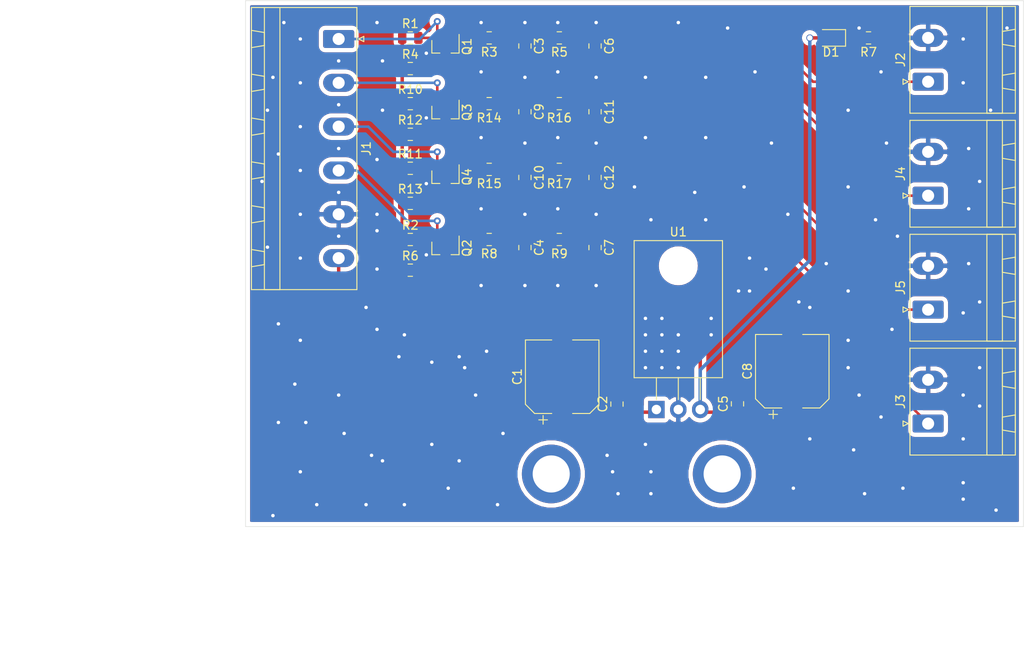
<source format=kicad_pcb>
(kicad_pcb (version 20171130) (host pcbnew "(5.1.2)-2")
  (layers (0 F.Cu signal) (31 B.Cu signal) (34 B.Paste user) (35 F.Paste user) (36 B.SilkS user) (37 F.SilkS user) (38 B.Mask user) (39 F.Mask user) (44 Edge.Cuts user))
  (net 0 "")
  (net 1 GND)
  (net 2 "Net-(C3-Pad1)")
  (net 3 "Net-(C4-Pad1)")
  (net 4 "Net-(C6-Pad1)")
  (net 5 "Net-(C7-Pad1)")
  (net 6 "Net-(C9-Pad1)")
  (net 7 "Net-(C10-Pad1)")
  (net 8 "Net-(C11-Pad1)")
  (net 9 "Net-(C12-Pad1)")
  (net 10 "Net-(D1-Pad1)")
  (net 11 +24V)
  (net 12 +12V)
  (net 13 "Net-(J1-Pad4)")
  (net 14 "Net-(J1-Pad3)")
  (net 15 "Net-(J1-Pad2)")
  (net 16 "Net-(J1-Pad1)")
  (net 17 "Net-(Q1-Pad3)")
  (net 18 "Net-(Q2-Pad3)")
  (net 19 "Net-(Q3-Pad3)")
  (net 20 "Net-(Q4-Pad3)")
  (module Package_TO_SOT_SMD:SOT-23 (layer F.Cu) (at 122.87 77.581 270)
    (fp_text reference Q4 (at 0 -2.5 90) (layer F.SilkS))
    (fp_text value BC847)
    (pad 3 smd rect (at 1 0 270) (size 0.9 0.8) (layers F.Cu F.Paste F.Mask) (net 20 "Net-(Q4-Pad3)"))
    (pad 2 smd rect (at -1 0.95 270) (size 0.9 0.8) (layers F.Cu F.Paste F.Mask) (net 14 "Net-(J1-Pad3)"))
    (pad 1 smd rect (at -1 -0.95 270) (size 0.9 0.8) (layers F.Cu F.Paste F.Mask) (net 1 GND))
  )
  (module Package_TO_SOT_SMD:SOT-23 (layer F.Cu) (at 122.87 62.468 270)
    (fp_text reference Q1 (at 0 -2.5 90) (layer F.SilkS))
    (fp_text value BC847)
    (pad 3 smd rect (at 1 0 270) (size 0.9 0.8) (layers F.Cu F.Paste F.Mask) (net 17 "Net-(Q1-Pad3)"))
    (pad 2 smd rect (at -1 0.95 270) (size 0.9 0.8) (layers F.Cu F.Paste F.Mask) (net 16 "Net-(J1-Pad1)"))
    (pad 1 smd rect (at -1 -0.95 270) (size 0.9 0.8) (layers F.Cu F.Paste F.Mask) (net 1 GND))
  )
  (module Connector_Phoenix_MSTB:PhoenixContact_MSTBA_2,5_2-G-5,08_1x02_P5.08mm_Horizontal (layer F.Cu) (at 178.816 66.548 90)
    (fp_text reference J2 (at 2.54 -3.2 90) (layer F.SilkS))
    (fp_text value Conn_01x02_Male)
    (pad 2 thru_hole oval (at 5.08 0 90) (size 2.08 3.6) (drill 1.4) (layers *.Cu *.Mask) (net 1 GND))
    (pad 1 thru_hole roundrect (at 0 0 90) (size 2.08 3.6) (drill 1.4) (layers *.Cu *.Mask) (roundrect_rratio 0.120192) (net 4 "Net-(C6-Pad1)"))
  )
  (module Package_TO_SOT_THT:TO-220-3_Horizontal_TabDown (layer F.Cu) (at 147.32 104.544)
    (fp_text reference U1 (at 2.54 -20.58) (layer F.SilkS))
    (fp_text value LM7812_TO220)
    (pad "" np_thru_hole oval (at 2.54 -16.66) (size 3.5 3.5) (drill 3.5) (layers *.Cu *.Mask))
    (pad 1 thru_hole rect (at 0 0) (size 1.905 2) (drill 1.1) (layers *.Cu *.Mask) (net 11 +24V))
    (pad 2 thru_hole oval (at 2.54 0) (size 1.905 2) (drill 1.1) (layers *.Cu *.Mask) (net 1 GND))
    (pad 3 thru_hole oval (at 5.08 0) (size 1.905 2) (drill 1.1) (layers *.Cu *.Mask) (net 12 +12V))
  )
  (module Capacitor_SMD:C_0805_2012Metric (layer F.Cu) (at 132.08 85.7735 270)
    (fp_text reference C4 (at 0 -1.65 90) (layer F.SilkS))
    (fp_text value 100n)
    (pad 2 smd roundrect (at 0.9375 0 270) (size 0.975 1.4) (layers F.Cu F.Paste F.Mask) (net 1 GND))
    (pad 1 smd roundrect (at -0.9375 0 270) (size 0.975 1.4) (layers F.Cu F.Paste F.Mask) (net 3 "Net-(C4-Pad1)"))
  )
  (module Capacitor_SMD:C_0805_2012Metric (layer F.Cu) (at 132.08 77.6455 270)
    (fp_text reference C10 (at 0 -1.65 90) (layer F.SilkS))
    (fp_text value 100n)
    (pad 2 smd roundrect (at 0.9375 0 270) (size 0.975 1.4) (layers F.Cu F.Paste F.Mask) (net 1 GND))
    (pad 1 smd roundrect (at -0.9375 0 270) (size 0.975 1.4) (layers F.Cu F.Paste F.Mask) (net 7 "Net-(C10-Pad1)"))
  )
  (module Capacitor_SMD:C_0805_2012Metric (layer F.Cu) (at 140.208 70.0255 270)
    (fp_text reference C11 (at 0 -1.65 90) (layer F.SilkS))
    (fp_text value 100n)
    (pad 2 smd roundrect (at 0.9375 0 270) (size 0.975 1.4) (layers F.Cu F.Paste F.Mask) (net 1 GND))
    (pad 1 smd roundrect (at -0.9375 0 270) (size 0.975 1.4) (layers F.Cu F.Paste F.Mask) (net 8 "Net-(C11-Pad1)"))
  )
  (module Capacitor_SMD:C_0805_2012Metric (layer F.Cu) (at 140.208 85.7735 270)
    (fp_text reference C7 (at 0 -1.65 90) (layer F.SilkS))
    (fp_text value 100n)
    (pad 2 smd roundrect (at 0.9375 0 270) (size 0.975 1.4) (layers F.Cu F.Paste F.Mask) (net 1 GND))
    (pad 1 smd roundrect (at -0.9375 0 270) (size 0.975 1.4) (layers F.Cu F.Paste F.Mask) (net 5 "Net-(C7-Pad1)"))
  )
  (module Capacitor_SMD:C_0805_2012Metric (layer F.Cu) (at 132.08 70.0255 270)
    (fp_text reference C9 (at 0 -1.65 90) (layer F.SilkS))
    (fp_text value 100n)
    (pad 2 smd roundrect (at 0.9375 0 270) (size 0.975 1.4) (layers F.Cu F.Paste F.Mask) (net 1 GND))
    (pad 1 smd roundrect (at -0.9375 0 270) (size 0.975 1.4) (layers F.Cu F.Paste F.Mask) (net 6 "Net-(C9-Pad1)"))
  )
  (module Capacitor_SMD:C_0805_2012Metric (layer F.Cu) (at 140.208 77.6455 270)
    (fp_text reference C12 (at 0 -1.65 90) (layer F.SilkS))
    (fp_text value 100n)
    (pad 2 smd roundrect (at 0.9375 0 270) (size 0.975 1.4) (layers F.Cu F.Paste F.Mask) (net 1 GND))
    (pad 1 smd roundrect (at -0.9375 0 270) (size 0.975 1.4) (layers F.Cu F.Paste F.Mask) (net 9 "Net-(C12-Pad1)"))
  )
  (module Connector_Phoenix_MSTB:PhoenixContact_MSTBA_2,5_2-G-5,08_1x02_P5.08mm_Horizontal (layer F.Cu) (at 178.816 106.172 90)
    (fp_text reference J3 (at 2.54 -3.2 90) (layer F.SilkS))
    (fp_text value Conn_01x02_Male)
    (pad 2 thru_hole oval (at 5.08 0 90) (size 2.08 3.6) (drill 1.4) (layers *.Cu *.Mask) (net 1 GND))
    (pad 1 thru_hole roundrect (at 0 0 90) (size 2.08 3.6) (drill 1.4) (layers *.Cu *.Mask) (roundrect_rratio 0.120192) (net 5 "Net-(C7-Pad1)"))
  )
  (module Connector_Phoenix_MSTB:PhoenixContact_MSTBA_2,5_2-G-5,08_1x02_P5.08mm_Horizontal (layer F.Cu) (at 178.816 79.756 90)
    (fp_text reference J4 (at 2.54 -3.2 90) (layer F.SilkS))
    (fp_text value Conn_01x02_Male)
    (pad 2 thru_hole oval (at 5.08 0 90) (size 2.08 3.6) (drill 1.4) (layers *.Cu *.Mask) (net 1 GND))
    (pad 1 thru_hole roundrect (at 0 0 90) (size 2.08 3.6) (drill 1.4) (layers *.Cu *.Mask) (roundrect_rratio 0.120192) (net 8 "Net-(C11-Pad1)"))
  )
  (module Connector_Phoenix_MSTB:PhoenixContact_MSTBA_2,5_2-G-5,08_1x02_P5.08mm_Horizontal (layer F.Cu) (at 178.816 92.964 90)
    (fp_text reference J5 (at 2.54 -3.2 90) (layer F.SilkS))
    (fp_text value Conn_01x02_Male)
    (pad 2 thru_hole oval (at 5.08 0 90) (size 2.08 3.6) (drill 1.4) (layers *.Cu *.Mask) (net 1 GND))
    (pad 1 thru_hole roundrect (at 0 0 90) (size 2.08 3.6) (drill 1.4) (layers *.Cu *.Mask) (roundrect_rratio 0.120192) (net 9 "Net-(C12-Pad1)"))
  )
  (module Package_TO_SOT_SMD:SOT-23 (layer F.Cu) (at 122.87 85.836 270)
    (fp_text reference Q2 (at 0 -2.5 90) (layer F.SilkS))
    (fp_text value BC847)
    (pad 3 smd rect (at 1 0 270) (size 0.9 0.8) (layers F.Cu F.Paste F.Mask) (net 18 "Net-(Q2-Pad3)"))
    (pad 2 smd rect (at -1 0.95 270) (size 0.9 0.8) (layers F.Cu F.Paste F.Mask) (net 13 "Net-(J1-Pad4)"))
    (pad 1 smd rect (at -1 -0.95 270) (size 0.9 0.8) (layers F.Cu F.Paste F.Mask) (net 1 GND))
  )
  (module Package_TO_SOT_SMD:SOT-23 (layer F.Cu) (at 122.87 70.088 270)
    (fp_text reference Q3 (at 0 -2.5 90) (layer F.SilkS))
    (fp_text value BC847)
    (pad 3 smd rect (at 1 0 270) (size 0.9 0.8) (layers F.Cu F.Paste F.Mask) (net 19 "Net-(Q3-Pad3)"))
    (pad 2 smd rect (at -1 0.95 270) (size 0.9 0.8) (layers F.Cu F.Paste F.Mask) (net 15 "Net-(J1-Pad2)"))
    (pad 1 smd rect (at -1 -0.95 270) (size 0.9 0.8) (layers F.Cu F.Paste F.Mask) (net 1 GND))
  )
  (module Resistor_SMD:R_0805_2012Metric (layer F.Cu) (at 118.7935 84.836)
    (fp_text reference R2 (at 0 -1.65) (layer F.SilkS))
    (fp_text value 100k)
    (pad 2 smd roundrect (at 0.9375 0) (size 0.975 1.4) (layers F.Cu F.Paste F.Mask) (net 13 "Net-(J1-Pad4)"))
    (pad 1 smd roundrect (at -0.9375 0) (size 0.975 1.4) (layers F.Cu F.Paste F.Mask) (net 12 +12V))
  )
  (module Resistor_SMD:R_0805_2012Metric (layer F.Cu) (at 118.7935 88.392)
    (fp_text reference R6 (at 0 -1.65) (layer F.SilkS))
    (fp_text value 1k)
    (pad 2 smd roundrect (at 0.9375 0) (size 0.975 1.4) (layers F.Cu F.Paste F.Mask) (net 18 "Net-(Q2-Pad3)"))
    (pad 1 smd roundrect (at -0.9375 0) (size 0.975 1.4) (layers F.Cu F.Paste F.Mask) (net 12 +12V))
  )
  (module Resistor_SMD:R_0805_2012Metric (layer F.Cu) (at 127.9375 84.836 180)
    (fp_text reference R8 (at 0 -1.65) (layer F.SilkS))
    (fp_text value 10k)
    (pad 2 smd roundrect (at 0.9375 0 180) (size 0.975 1.4) (layers F.Cu F.Paste F.Mask) (net 18 "Net-(Q2-Pad3)"))
    (pad 1 smd roundrect (at -0.9375 0 180) (size 0.975 1.4) (layers F.Cu F.Paste F.Mask) (net 3 "Net-(C4-Pad1)"))
  )
  (module Connector_Phoenix_MSTB:PhoenixContact_MSTBA_2,5_6-G-5,08_1x06_P5.08mm_Horizontal (layer F.Cu) (at 110.49 61.595 270)
    (fp_text reference J1 (at 12.7 -3.2 90) (layer F.SilkS))
    (fp_text value Conn_01x06_Male)
    (pad 6 thru_hole oval (at 25.4 0 270) (size 2.08 3.6) (drill 1.4) (layers *.Cu *.Mask) (net 11 +24V))
    (pad 5 thru_hole oval (at 20.32 0 270) (size 2.08 3.6) (drill 1.4) (layers *.Cu *.Mask) (net 1 GND))
    (pad 4 thru_hole oval (at 15.24 0 270) (size 2.08 3.6) (drill 1.4) (layers *.Cu *.Mask) (net 13 "Net-(J1-Pad4)"))
    (pad 3 thru_hole oval (at 10.16 0 270) (size 2.08 3.6) (drill 1.4) (layers *.Cu *.Mask) (net 14 "Net-(J1-Pad3)"))
    (pad 2 thru_hole oval (at 5.08 0 270) (size 2.08 3.6) (drill 1.4) (layers *.Cu *.Mask) (net 15 "Net-(J1-Pad2)"))
    (pad 1 thru_hole roundrect (at 0 0 270) (size 2.08 3.6) (drill 1.4) (layers *.Cu *.Mask) (roundrect_rratio 0.120192) (net 16 "Net-(J1-Pad1)"))
  )
  (module Resistor_SMD:R_0805_2012Metric (layer F.Cu) (at 118.7935 69.088)
    (fp_text reference R10 (at 0 -1.65) (layer F.SilkS))
    (fp_text value 100k)
    (pad 2 smd roundrect (at 0.9375 0) (size 0.975 1.4) (layers F.Cu F.Paste F.Mask) (net 15 "Net-(J1-Pad2)"))
    (pad 1 smd roundrect (at -0.9375 0) (size 0.975 1.4) (layers F.Cu F.Paste F.Mask) (net 12 +12V))
  )
  (module Resistor_SMD:R_0805_2012Metric (layer F.Cu) (at 136.0655 84.836 180)
    (fp_text reference R9 (at 0 -1.65) (layer F.SilkS))
    (fp_text value 10k)
    (pad 2 smd roundrect (at 0.9375 0 180) (size 0.975 1.4) (layers F.Cu F.Paste F.Mask) (net 3 "Net-(C4-Pad1)"))
    (pad 1 smd roundrect (at -0.9375 0 180) (size 0.975 1.4) (layers F.Cu F.Paste F.Mask) (net 5 "Net-(C7-Pad1)"))
  )
  (module Resistor_SMD:R_0805_2012Metric (layer F.Cu) (at 118.7935 76.581)
    (fp_text reference R11 (at 0 -1.65) (layer F.SilkS))
    (fp_text value 100k)
    (pad 2 smd roundrect (at 0.9375 0) (size 0.975 1.4) (layers F.Cu F.Paste F.Mask) (net 14 "Net-(J1-Pad3)"))
    (pad 1 smd roundrect (at -0.9375 0) (size 0.975 1.4) (layers F.Cu F.Paste F.Mask) (net 12 +12V))
  )
  (module Resistor_SMD:R_0805_2012Metric (layer F.Cu) (at 118.7935 72.644)
    (fp_text reference R12 (at 0 -1.65) (layer F.SilkS))
    (fp_text value 1k)
    (pad 2 smd roundrect (at 0.9375 0) (size 0.975 1.4) (layers F.Cu F.Paste F.Mask) (net 19 "Net-(Q3-Pad3)"))
    (pad 1 smd roundrect (at -0.9375 0) (size 0.975 1.4) (layers F.Cu F.Paste F.Mask) (net 12 +12V))
  )
  (module Resistor_SMD:R_0805_2012Metric (layer F.Cu) (at 118.7935 80.645)
    (fp_text reference R13 (at 0 -1.65) (layer F.SilkS))
    (fp_text value 1k)
    (pad 2 smd roundrect (at 0.9375 0) (size 0.975 1.4) (layers F.Cu F.Paste F.Mask) (net 20 "Net-(Q4-Pad3)"))
    (pad 1 smd roundrect (at -0.9375 0) (size 0.975 1.4) (layers F.Cu F.Paste F.Mask) (net 12 +12V))
  )
  (module Resistor_SMD:R_0805_2012Metric (layer F.Cu) (at 127.9375 69.088 180)
    (fp_text reference R14 (at 0 -1.65) (layer F.SilkS))
    (fp_text value 10k)
    (pad 2 smd roundrect (at 0.9375 0 180) (size 0.975 1.4) (layers F.Cu F.Paste F.Mask) (net 19 "Net-(Q3-Pad3)"))
    (pad 1 smd roundrect (at -0.9375 0 180) (size 0.975 1.4) (layers F.Cu F.Paste F.Mask) (net 6 "Net-(C9-Pad1)"))
  )
  (module Resistor_SMD:R_0805_2012Metric (layer F.Cu) (at 127.9375 76.708 180)
    (fp_text reference R15 (at 0 -1.65) (layer F.SilkS))
    (fp_text value 10k)
    (pad 2 smd roundrect (at 0.9375 0 180) (size 0.975 1.4) (layers F.Cu F.Paste F.Mask) (net 20 "Net-(Q4-Pad3)"))
    (pad 1 smd roundrect (at -0.9375 0 180) (size 0.975 1.4) (layers F.Cu F.Paste F.Mask) (net 7 "Net-(C10-Pad1)"))
  )
  (module Resistor_SMD:R_0805_2012Metric (layer F.Cu) (at 118.7935 65.024)
    (fp_text reference R4 (at 0 -1.65) (layer F.SilkS))
    (fp_text value 1k)
    (pad 2 smd roundrect (at 0.9375 0) (size 0.975 1.4) (layers F.Cu F.Paste F.Mask) (net 17 "Net-(Q1-Pad3)"))
    (pad 1 smd roundrect (at -0.9375 0) (size 0.975 1.4) (layers F.Cu F.Paste F.Mask) (net 12 +12V))
  )
  (module Resistor_SMD:R_0805_2012Metric (layer F.Cu) (at 136.0655 69.088 180)
    (fp_text reference R16 (at 0 -1.65) (layer F.SilkS))
    (fp_text value 10k)
    (pad 2 smd roundrect (at 0.9375 0 180) (size 0.975 1.4) (layers F.Cu F.Paste F.Mask) (net 6 "Net-(C9-Pad1)"))
    (pad 1 smd roundrect (at -0.9375 0 180) (size 0.975 1.4) (layers F.Cu F.Paste F.Mask) (net 8 "Net-(C11-Pad1)"))
  )
  (module Resistor_SMD:R_0805_2012Metric (layer F.Cu) (at 136.0655 76.708 180)
    (fp_text reference R17 (at 0 -1.65) (layer F.SilkS))
    (fp_text value 10k)
    (pad 2 smd roundrect (at 0.9375 0 180) (size 0.975 1.4) (layers F.Cu F.Paste F.Mask) (net 7 "Net-(C10-Pad1)"))
    (pad 1 smd roundrect (at -0.9375 0 180) (size 0.975 1.4) (layers F.Cu F.Paste F.Mask) (net 9 "Net-(C12-Pad1)"))
  )
  (module Resistor_SMD:R_0805_2012Metric (layer F.Cu) (at 127.9375 61.468 180)
    (fp_text reference R3 (at 0 -1.65) (layer F.SilkS))
    (fp_text value 10k)
    (pad 1 smd roundrect (at -0.9375 0 180) (size 0.975 1.4) (layers F.Cu F.Paste F.Mask) (net 2 "Net-(C3-Pad1)"))
    (pad 2 smd roundrect (at 0.9375 0 180) (size 0.975 1.4) (layers F.Cu F.Paste F.Mask) (net 17 "Net-(Q1-Pad3)"))
  )
  (module Resistor_SMD:R_0805_2012Metric (layer F.Cu) (at 136.0655 61.468 180)
    (fp_text reference R5 (at 0 -1.65) (layer F.SilkS))
    (fp_text value 10k)
    (pad 1 smd roundrect (at -0.9375 0 180) (size 0.975 1.4) (layers F.Cu F.Paste F.Mask) (net 4 "Net-(C6-Pad1)"))
    (pad 2 smd roundrect (at 0.9375 0 180) (size 0.975 1.4) (layers F.Cu F.Paste F.Mask) (net 2 "Net-(C3-Pad1)"))
  )
  (module Capacitor_SMD:CP_Elec_8x11.9 (layer F.Cu) (at 163.068 100.1062 90)
    (fp_text reference C8 (at 0 -5.2 90) (layer F.SilkS))
    (fp_text value 100u)
    (pad 2 smd roundrect (at 3.475 0 90) (size 4.15 1.9) (layers F.Cu F.Paste F.Mask) (roundrect_rratio 0.131579) (net 1 GND))
    (pad 1 smd roundrect (at -3.475 0 90) (size 4.15 1.9) (layers F.Cu F.Paste F.Mask) (roundrect_rratio 0.131579) (net 12 +12V))
  )
  (module Capacitor_SMD:C_0805_2012Metric (layer F.Cu) (at 132.08 62.4055 270)
    (fp_text reference C3 (at 0 -1.65 90) (layer F.SilkS))
    (fp_text value 100n)
    (pad 2 smd roundrect (at 0.9375 0 270) (size 0.975 1.4) (layers F.Cu F.Paste F.Mask) (net 1 GND))
    (pad 1 smd roundrect (at -0.9375 0 270) (size 0.975 1.4) (layers F.Cu F.Paste F.Mask) (net 2 "Net-(C3-Pad1)"))
  )
  (module Capacitor_SMD:C_0805_2012Metric (layer F.Cu) (at 142.748 103.9137 90)
    (fp_text reference C2 (at 0 -1.65 90) (layer F.SilkS))
    (fp_text value 100n)
    (pad 2 smd roundrect (at 0.9375 0 90) (size 0.975 1.4) (layers F.Cu F.Paste F.Mask) (net 1 GND))
    (pad 1 smd roundrect (at -0.9375 0 90) (size 0.975 1.4) (layers F.Cu F.Paste F.Mask) (net 11 +24V))
  )
  (module Capacitor_SMD:C_0805_2012Metric (layer F.Cu) (at 156.718 103.8837 90)
    (fp_text reference C5 (at 0 -1.65 90) (layer F.SilkS))
    (fp_text value 100n)
    (pad 1 smd roundrect (at -0.9375 0 90) (size 0.975 1.4) (layers F.Cu F.Paste F.Mask) (net 12 +12V))
    (pad 2 smd roundrect (at 0.9375 0 90) (size 0.975 1.4) (layers F.Cu F.Paste F.Mask) (net 1 GND))
  )
  (module Resistor_SMD:R_0805_2012Metric (layer F.Cu) (at 118.7935 61.468)
    (fp_text reference R1 (at 0 -1.65) (layer F.SilkS))
    (fp_text value 100k)
    (pad 2 smd roundrect (at 0.9375 0) (size 0.975 1.4) (layers F.Cu F.Paste F.Mask) (net 16 "Net-(J1-Pad1)"))
    (pad 1 smd roundrect (at -0.9375 0) (size 0.975 1.4) (layers F.Cu F.Paste F.Mask) (net 12 +12V))
  )
  (module Capacitor_SMD:CP_Elec_8x11.9 (layer F.Cu) (at 136.398 100.7412 90)
    (fp_text reference C1 (at 0 -5.2 90) (layer F.SilkS))
    (fp_text value 100u)
    (pad 1 smd roundrect (at -3.475 0 90) (size 4.15 1.9) (layers F.Cu F.Paste F.Mask) (roundrect_rratio 0.131579) (net 11 +24V))
    (pad 2 smd roundrect (at 3.475 0 90) (size 4.15 1.9) (layers F.Cu F.Paste F.Mask) (roundrect_rratio 0.131579) (net 1 GND))
  )
  (module Capacitor_SMD:C_0805_2012Metric (layer F.Cu) (at 140.208 62.4055 270)
    (fp_text reference C6 (at 0 -1.65 90) (layer F.SilkS))
    (fp_text value 100n)
    (pad 1 smd roundrect (at -0.9375 0 270) (size 0.975 1.4) (layers F.Cu F.Paste F.Mask) (net 4 "Net-(C6-Pad1)"))
    (pad 2 smd roundrect (at 0.9375 0 270) (size 0.975 1.4) (layers F.Cu F.Paste F.Mask) (net 1 GND))
  )
  (module LED_SMD:LED_0805_2012Metric (layer F.Cu) (at 167.5615 61.468 180)
    (fp_text reference D1 (at 0 -1.65 180) (layer F.SilkS))
    (fp_text value LED)
    (pad 1 smd roundrect (at -0.9375 0 180) (size 0.975 1.4) (layers F.Cu F.Paste F.Mask) (net 10 "Net-(D1-Pad1)"))
    (pad 2 smd roundrect (at 0.9375 0 180) (size 0.975 1.4) (layers F.Cu F.Paste F.Mask) (net 12 +12V))
  )
  (module Resistor_SMD:R_0805_2012Metric (layer F.Cu) (at 171.9072 61.468 180)
    (fp_text reference R7 (at 0 -1.65 180) (layer F.SilkS))
    (fp_text value 1k)
    (pad 2 smd roundrect (at 0.9375 0 180) (size 0.975 1.4) (layers F.Cu F.Paste F.Mask) (net 10 "Net-(D1-Pad1)"))
    (pad 1 smd roundrect (at -0.9375 0 180) (size 0.975 1.4) (layers F.Cu F.Paste F.Mask) (net 1 GND))
  )
  (gr_line (start 189.865 57.15) (end 99.695 57.15) (layer Edge.Cuts) (width 0.05))
  (gr_line (start 189.865 118.11) (end 189.865 57.15) (layer Edge.Cuts) (width 0.05))
  (gr_line (start 99.695 118.11) (end 99.695 57.15) (layer Edge.Cuts) (width 0.05))
  (gr_line (start 189.865 118.11) (end 99.695 118.11) (layer Edge.Cuts) (width 0.05))
  (via (at 135.128 112.014) (size 6.8) (drill 4.3) (layers F.Cu B.Cu) (net 0))
  (via (at 154.94 112.014) (size 6.8) (drill 4.3) (layers F.Cu B.Cu) (net 0))
  (via (at 106.045 66.675) (size 0.8) (drill 0.4) (layers F.Cu B.Cu) (net 1))
  (via (at 106.045 71.755) (size 0.8) (drill 0.4) (layers F.Cu B.Cu) (net 1))
  (via (at 106.045 76.835) (size 0.8) (drill 0.4) (layers F.Cu B.Cu) (net 1))
  (via (at 106.045 86.995) (size 0.8) (drill 0.4) (layers F.Cu B.Cu) (net 1))
  (via (at 120.65 70.739) (size 0.8) (drill 0.4) (layers F.Cu B.Cu) (net 1))
  (via (at 120.65 78.359) (size 0.8) (drill 0.4) (layers F.Cu B.Cu) (net 1))
  (via (at 120.65 86.614) (size 0.8) (drill 0.4) (layers F.Cu B.Cu) (net 1))
  (via (at 120.65 63.246) (size 0.8) (drill 0.4) (layers F.Cu B.Cu) (net 1))
  (via (at 106.045 61.595) (size 0.8) (drill 0.4) (layers F.Cu B.Cu) (net 1))
  (via (at 110.49 64.135) (size 0.8) (drill 0.4) (layers F.Cu B.Cu) (net 1))
  (via (at 110.49 69.215) (size 0.8) (drill 0.4) (layers F.Cu B.Cu) (net 1))
  (via (at 110.49 74.295) (size 0.8) (drill 0.4) (layers F.Cu B.Cu) (net 1))
  (via (at 110.49 79.375) (size 0.8) (drill 0.4) (layers F.Cu B.Cu) (net 1))
  (via (at 110.49 84.455) (size 0.8) (drill 0.4) (layers F.Cu B.Cu) (net 1))
  (via (at 106.045 81.915) (size 0.8) (drill 0.4) (layers F.Cu B.Cu) (net 1))
  (via (at 182.88 61.595) (size 0.8) (drill 0.4) (layers F.Cu B.Cu) (net 1))
  (via (at 182.88 66.675) (size 0.8) (drill 0.4) (layers F.Cu B.Cu) (net 1))
  (via (at 146.05 93.98) (size 0.8) (drill 0.4) (layers F.Cu B.Cu) (net 1))
  (via (at 146.05 95.885) (size 0.8) (drill 0.4) (layers F.Cu B.Cu) (net 1))
  (via (at 146.05 97.79) (size 0.8) (drill 0.4) (layers F.Cu B.Cu) (net 1))
  (via (at 146.05 99.695) (size 0.8) (drill 0.4) (layers F.Cu B.Cu) (net 1))
  (via (at 147.955 99.695) (size 0.8) (drill 0.4) (layers F.Cu B.Cu) (net 1))
  (via (at 149.86 99.695) (size 0.8) (drill 0.4) (layers F.Cu B.Cu) (net 1))
  (via (at 149.86 97.79) (size 0.8) (drill 0.4) (layers F.Cu B.Cu) (net 1))
  (via (at 147.955 97.79) (size 0.8) (drill 0.4) (layers F.Cu B.Cu) (net 1))
  (via (at 147.955 95.885) (size 0.8) (drill 0.4) (layers F.Cu B.Cu) (net 1))
  (via (at 149.86 95.885) (size 0.8) (drill 0.4) (layers F.Cu B.Cu) (net 1))
  (via (at 147.955 93.98) (size 0.8) (drill 0.4) (layers F.Cu B.Cu) (net 1))
  (via (at 153.67 93.98) (size 0.8) (drill 0.4) (layers F.Cu B.Cu) (net 1))
  (via (at 153.67 95.885) (size 0.8) (drill 0.4) (layers F.Cu B.Cu) (net 1))
  (via (at 127 65.405) (size 0.8) (drill 0.4) (layers F.Cu B.Cu) (net 1))
  (via (at 127 73.025) (size 0.8) (drill 0.4) (layers F.Cu B.Cu) (net 1))
  (via (at 127 81.28) (size 0.8) (drill 0.4) (layers F.Cu B.Cu) (net 1))
  (via (at 132.08 81.915) (size 0.8) (drill 0.4) (layers F.Cu B.Cu) (net 1))
  (via (at 132.08 73.66) (size 0.8) (drill 0.4) (layers F.Cu B.Cu) (net 1))
  (via (at 132.08 66.04) (size 0.8) (drill 0.4) (layers F.Cu B.Cu) (net 1))
  (via (at 135.89 65.405) (size 0.8) (drill 0.4) (layers F.Cu B.Cu) (net 1))
  (via (at 135.89 73.025) (size 0.8) (drill 0.4) (layers F.Cu B.Cu) (net 1))
  (via (at 135.89 81.28) (size 0.8) (drill 0.4) (layers F.Cu B.Cu) (net 1))
  (via (at 140.335 73.66) (size 0.8) (drill 0.4) (layers F.Cu B.Cu) (net 1))
  (via (at 140.335 66.04) (size 0.8) (drill 0.4) (layers F.Cu B.Cu) (net 1))
  (via (at 140.335 81.915) (size 0.8) (drill 0.4) (layers F.Cu B.Cu) (net 1))
  (via (at 127 90.17) (size 0.8) (drill 0.4) (layers F.Cu B.Cu) (net 1))
  (via (at 132.08 90.17) (size 0.8) (drill 0.4) (layers F.Cu B.Cu) (net 1))
  (via (at 135.89 90.17) (size 0.8) (drill 0.4) (layers F.Cu B.Cu) (net 1))
  (via (at 140.335 90.17) (size 0.8) (drill 0.4) (layers F.Cu B.Cu) (net 1))
  (via (at 127 59.69) (size 0.8) (drill 0.4) (layers F.Cu B.Cu) (net 1))
  (via (at 132.08 59.69) (size 0.8) (drill 0.4) (layers F.Cu B.Cu) (net 1))
  (via (at 135.89 59.69) (size 0.8) (drill 0.4) (layers F.Cu B.Cu) (net 1))
  (via (at 140.335 59.69) (size 0.8) (drill 0.4) (layers F.Cu B.Cu) (net 1))
  (via (at 146.05 66.04) (size 0.8) (drill 0.4) (layers F.Cu B.Cu) (net 1))
  (via (at 146.05 73.025) (size 0.8) (drill 0.4) (layers F.Cu B.Cu) (net 1))
  (via (at 153.035 66.04) (size 0.8) (drill 0.4) (layers F.Cu B.Cu) (net 1))
  (via (at 158.75 65.405) (size 0.8) (drill 0.4) (layers F.Cu B.Cu) (net 1))
  (via (at 153.035 73.025) (size 0.8) (drill 0.4) (layers F.Cu B.Cu) (net 1))
  (via (at 160.655 73.66) (size 0.8) (drill 0.4) (layers F.Cu B.Cu) (net 1))
  (via (at 169.545 78.74) (size 0.8) (drill 0.4) (layers F.Cu B.Cu) (net 1))
  (via (at 172.72 82.55) (size 0.8) (drill 0.4) (layers F.Cu B.Cu) (net 1))
  (via (at 175.26 84.455) (size 0.8) (drill 0.4) (layers F.Cu B.Cu) (net 1))
  (via (at 173.99 73.66) (size 0.8) (drill 0.4) (layers F.Cu B.Cu) (net 1))
  (via (at 169.545 69.85) (size 0.8) (drill 0.4) (layers F.Cu B.Cu) (net 1))
  (via (at 167.005 87.63) (size 0.8) (drill 0.4) (layers F.Cu B.Cu) (net 1))
  (via (at 169.545 90.805) (size 0.8) (drill 0.4) (layers F.Cu B.Cu) (net 1))
  (via (at 174.625 95.25) (size 0.8) (drill 0.4) (layers F.Cu B.Cu) (net 1))
  (via (at 162.56 81.915) (size 0.8) (drill 0.4) (layers F.Cu B.Cu) (net 1))
  (via (at 157.48 78.74) (size 0.8) (drill 0.4) (layers F.Cu B.Cu) (net 1))
  (via (at 151.765 79.375) (size 0.8) (drill 0.4) (layers F.Cu B.Cu) (net 1))
  (via (at 144.78 78.74) (size 0.8) (drill 0.4) (layers F.Cu B.Cu) (net 1))
  (via (at 146.685 82.55) (size 0.8) (drill 0.4) (layers F.Cu B.Cu) (net 1))
  (via (at 153.035 82.55) (size 0.8) (drill 0.4) (layers F.Cu B.Cu) (net 1))
  (via (at 158.115 86.995) (size 0.8) (drill 0.4) (layers F.Cu B.Cu) (net 1))
  (via (at 158.115 90.805) (size 0.8) (drill 0.4) (layers F.Cu B.Cu) (net 1))
  (via (at 156.845 90.805) (size 0.8) (drill 0.4) (layers F.Cu B.Cu) (net 1))
  (via (at 160.02 88.265) (size 0.8) (drill 0.4) (layers F.Cu B.Cu) (net 1))
  (via (at 163.83 92.075) (size 0.8) (drill 0.4) (layers F.Cu B.Cu) (net 1))
  (via (at 165.1 92.71) (size 0.8) (drill 0.4) (layers F.Cu B.Cu) (net 1))
  (via (at 169.545 96.52) (size 0.8) (drill 0.4) (layers F.Cu B.Cu) (net 1))
  (via (at 173.355 105.41) (size 0.8) (drill 0.4) (layers F.Cu B.Cu) (net 1))
  (via (at 169.545 99.695) (size 0.8) (drill 0.4) (layers F.Cu B.Cu) (net 1))
  (via (at 170.815 102.87) (size 0.8) (drill 0.4) (layers F.Cu B.Cu) (net 1))
  (via (at 127.635 97.79) (size 0.8) (drill 0.4) (layers F.Cu B.Cu) (net 1))
  (via (at 126.365 102.87) (size 0.8) (drill 0.4) (layers F.Cu B.Cu) (net 1))
  (via (at 121.285 99.06) (size 0.8) (drill 0.4) (layers F.Cu B.Cu) (net 1))
  (via (at 124.46 98.425) (size 0.8) (drill 0.4) (layers F.Cu B.Cu) (net 1))
  (via (at 125.095 99.695) (size 0.8) (drill 0.4) (layers F.Cu B.Cu) (net 1))
  (via (at 118.11 95.885) (size 0.8) (drill 0.4) (layers F.Cu B.Cu) (net 1))
  (via (at 117.475 98.425) (size 0.8) (drill 0.4) (layers F.Cu B.Cu) (net 1))
  (via (at 114.935 95.25) (size 0.8) (drill 0.4) (layers F.Cu B.Cu) (net 1))
  (via (at 113.665 92.71) (size 0.8) (drill 0.4) (layers F.Cu B.Cu) (net 1))
  (via (at 114.935 88.265) (size 0.8) (drill 0.4) (layers F.Cu B.Cu) (net 1))
  (via (at 114.935 83.82) (size 0.8) (drill 0.4) (layers F.Cu B.Cu) (net 1))
  (via (at 114.935 81.915) (size 0.8) (drill 0.4) (layers F.Cu B.Cu) (net 1))
  (via (at 114.935 75.565) (size 0.8) (drill 0.4) (layers F.Cu B.Cu) (net 1))
  (via (at 115.57 69.85) (size 0.8) (drill 0.4) (layers F.Cu B.Cu) (net 1))
  (via (at 115.57 64.135) (size 0.8) (drill 0.4) (layers F.Cu B.Cu) (net 1))
  (via (at 114.935 59.69) (size 0.8) (drill 0.4) (layers F.Cu B.Cu) (net 1))
  (via (at 103.505 94.615) (size 0.8) (drill 0.4) (layers F.Cu B.Cu) (net 1))
  (via (at 105.41 101.6) (size 0.8) (drill 0.4) (layers F.Cu B.Cu) (net 1))
  (via (at 106.68 106.045) (size 0.8) (drill 0.4) (layers F.Cu B.Cu) (net 1))
  (via (at 106.045 111.76) (size 0.8) (drill 0.4) (layers F.Cu B.Cu) (net 1))
  (via (at 111.125 107.315) (size 0.8) (drill 0.4) (layers F.Cu B.Cu) (net 1))
  (via (at 107.95 115.57) (size 0.8) (drill 0.4) (layers F.Cu B.Cu) (net 1))
  (via (at 102.87 116.84) (size 0.8) (drill 0.4) (layers F.Cu B.Cu) (net 1))
  (via (at 123.19 113.665) (size 0.8) (drill 0.4) (layers F.Cu B.Cu) (net 1))
  (via (at 124.46 110.49) (size 0.8) (drill 0.4) (layers F.Cu B.Cu) (net 1))
  (via (at 129.54 107.315) (size 0.8) (drill 0.4) (layers F.Cu B.Cu) (net 1))
  (via (at 121.285 108.585) (size 0.8) (drill 0.4) (layers F.Cu B.Cu) (net 1))
  (via (at 113.665 115.57) (size 0.8) (drill 0.4) (layers F.Cu B.Cu) (net 1))
  (via (at 115.57 110.49) (size 0.8) (drill 0.4) (layers F.Cu B.Cu) (net 1))
  (via (at 114.3 109.855) (size 0.8) (drill 0.4) (layers F.Cu B.Cu) (net 1))
  (via (at 170.18 109.22) (size 0.8) (drill 0.4) (layers F.Cu B.Cu) (net 1))
  (via (at 165.1 107.95) (size 0.8) (drill 0.4) (layers F.Cu B.Cu) (net 1))
  (via (at 163.195 113.665) (size 0.8) (drill 0.4) (layers F.Cu B.Cu) (net 1))
  (via (at 175.895 113.665) (size 0.8) (drill 0.4) (layers F.Cu B.Cu) (net 1))
  (via (at 186.69 116.205) (size 0.8) (drill 0.4) (layers F.Cu B.Cu) (net 1))
  (via (at 182.88 114.935) (size 0.8) (drill 0.4) (layers F.Cu B.Cu) (net 1))
  (via (at 182.88 113.03) (size 0.8) (drill 0.4) (layers F.Cu B.Cu) (net 1))
  (via (at 184.785 104.14) (size 0.8) (drill 0.4) (layers F.Cu B.Cu) (net 1))
  (via (at 182.88 102.87) (size 0.8) (drill 0.4) (layers F.Cu B.Cu) (net 1))
  (via (at 184.785 92.075) (size 0.8) (drill 0.4) (layers F.Cu B.Cu) (net 1))
  (via (at 183.515 87.63) (size 0.8) (drill 0.4) (layers F.Cu B.Cu) (net 1))
  (via (at 184.785 78.105) (size 0.8) (drill 0.4) (layers F.Cu B.Cu) (net 1))
  (via (at 183.515 74.295) (size 0.8) (drill 0.4) (layers F.Cu B.Cu) (net 1))
  (via (at 183.515 81.28) (size 0.8) (drill 0.4) (layers F.Cu B.Cu) (net 1))
  (via (at 182.88 93.345) (size 0.8) (drill 0.4) (layers F.Cu B.Cu) (net 1))
  (via (at 184.785 99.695) (size 0.8) (drill 0.4) (layers F.Cu B.Cu) (net 1))
  (via (at 182.88 107.95) (size 0.8) (drill 0.4) (layers F.Cu B.Cu) (net 1))
  (via (at 171.45 114.3) (size 0.8) (drill 0.4) (layers F.Cu B.Cu) (net 1))
  (via (at 142.24 111.76) (size 0.8) (drill 0.4) (layers F.Cu B.Cu) (net 1))
  (via (at 141.605 109.855) (size 0.8) (drill 0.4) (layers F.Cu B.Cu) (net 1))
  (via (at 146.05 108.585) (size 0.8) (drill 0.4) (layers F.Cu B.Cu) (net 1))
  (via (at 146.685 114.3) (size 0.8) (drill 0.4) (layers F.Cu B.Cu) (net 1))
  (via (at 142.875 114.3) (size 0.8) (drill 0.4) (layers F.Cu B.Cu) (net 1))
  (via (at 146.685 111.76) (size 0.8) (drill 0.4) (layers F.Cu B.Cu) (net 1))
  (via (at 149.86 59.69) (size 0.8) (drill 0.4) (layers F.Cu B.Cu) (net 1))
  (via (at 155.575 60.325) (size 0.8) (drill 0.4) (layers F.Cu B.Cu) (net 1))
  (via (at 170.815 60.325) (size 0.8) (drill 0.4) (layers F.Cu B.Cu) (net 1))
  (via (at 173.355 65.405) (size 0.8) (drill 0.4) (layers F.Cu B.Cu) (net 1))
  (via (at 186.055 69.85) (size 0.8) (drill 0.4) (layers F.Cu B.Cu) (net 1))
  (via (at 187.96 60.325) (size 0.8) (drill 0.4) (layers F.Cu B.Cu) (net 1))
  (via (at 110.49 102.87) (size 0.8) (drill 0.4) (layers F.Cu B.Cu) (net 1))
  (via (at 106.045 96.52) (size 0.8) (drill 0.4) (layers F.Cu B.Cu) (net 1))
  (via (at 104.14 59.69) (size 0.8) (drill 0.4) (layers F.Cu B.Cu) (net 1))
  (via (at 102.87 66.04) (size 0.8) (drill 0.4) (layers F.Cu B.Cu) (net 1))
  (via (at 102.235 85.725) (size 0.8) (drill 0.4) (layers F.Cu B.Cu) (net 1))
  (via (at 103.505 74.93) (size 0.8) (drill 0.4) (layers F.Cu B.Cu) (net 1))
  (via (at 102.235 69.85) (size 0.8) (drill 0.4) (layers F.Cu B.Cu) (net 1))
  (via (at 101.6 78.105) (size 0.8) (drill 0.4) (layers F.Cu B.Cu) (net 1))
  (via (at 103.505 106.045) (size 0.8) (drill 0.4) (layers F.Cu B.Cu) (net 1))
  (via (at 118.11 115.57) (size 0.8) (drill 0.4) (layers F.Cu B.Cu) (net 1))
  (via (at 128.905 115.57) (size 0.8) (drill 0.4) (layers F.Cu B.Cu) (net 1))
  (segment (start 129.4625 61.468) (end 135.128 61.468) (width 0.3) (layer F.Cu) (net 2))
  (segment (start 128.875 61.468) (end 129.4625 61.468) (width 0.3) (layer F.Cu) (net 2))
  (segment (start 129.4625 84.836) (end 135.128 84.836) (width 0.3) (layer F.Cu) (net 3))
  (segment (start 128.875 84.836) (end 129.4625 84.836) (width 0.3) (layer F.Cu) (net 3))
  (segment (start 137.5905 61.468) (end 140.208 61.468) (width 0.3) (layer F.Cu) (net 4))
  (segment (start 137.003 61.468) (end 137.5905 61.468) (width 0.3) (layer F.Cu) (net 4))
  (segment (start 140.208 61.468) (end 160.401 61.468) (width 0.3) (layer F.Cu) (net 4))
  (segment (start 165.481 66.548) (end 178.816 66.548) (width 0.3) (layer F.Cu) (net 4))
  (segment (start 160.401 61.468) (end 165.481 66.548) (width 0.3) (layer F.Cu) (net 4))
  (segment (start 137.003 84.836) (end 140.208 84.836) (width 0.3) (layer F.Cu) (net 5))
  (segment (start 172.974 100.33) (end 178.816 106.172) (width 0.3) (layer F.Cu) (net 5))
  (segment (start 172.974 96.52) (end 172.974 100.33) (width 0.3) (layer F.Cu) (net 5))
  (segment (start 157.353 80.899) (end 172.974 96.52) (width 0.3) (layer F.Cu) (net 5))
  (segment (start 143.5575 80.899) (end 157.353 80.899) (width 0.3) (layer F.Cu) (net 5))
  (segment (start 140.208 84.836) (end 140.208 84.2485) (width 0.3) (layer F.Cu) (net 5))
  (segment (start 140.208 84.2485) (end 143.5575 80.899) (width 0.3) (layer F.Cu) (net 5))
  (segment (start 128.875 69.088) (end 135.128 69.088) (width 0.3) (layer F.Cu) (net 6))
  (segment (start 128.875 76.708) (end 135.128 76.708) (width 0.3) (layer F.Cu) (net 7))
  (segment (start 137.5905 69.088) (end 140.208 69.088) (width 0.3) (layer F.Cu) (net 8))
  (segment (start 137.003 69.088) (end 137.5905 69.088) (width 0.3) (layer F.Cu) (net 8))
  (segment (start 140.764237 69.644237) (end 164.132237 69.644237) (width 0.3) (layer F.Cu) (net 8))
  (segment (start 140.208 69.088) (end 140.764237 69.644237) (width 0.3) (layer F.Cu) (net 8))
  (segment (start 174.244 79.756) (end 178.816 79.756) (width 0.3) (layer F.Cu) (net 8))
  (segment (start 164.132237 69.644237) (end 174.244 79.756) (width 0.3) (layer F.Cu) (net 8))
  (segment (start 137.5905 76.708) (end 140.208 76.708) (width 0.3) (layer F.Cu) (net 9))
  (segment (start 137.003 76.708) (end 137.5905 76.708) (width 0.3) (layer F.Cu) (net 9))
  (segment (start 140.764237 77.264237) (end 160.195237 77.264237) (width 0.3) (layer F.Cu) (net 9))
  (segment (start 140.208 76.708) (end 140.764237 77.264237) (width 0.3) (layer F.Cu) (net 9))
  (segment (start 175.895 92.964) (end 178.816 92.964) (width 0.3) (layer F.Cu) (net 9))
  (segment (start 160.195237 77.264237) (end 175.895 92.964) (width 0.3) (layer F.Cu) (net 9))
  (segment (start 168.8592 61.468) (end 170.9697 61.468) (width 0.4) (layer F.Cu) (net 10))
  (segment (start 136.398 104.2162) (end 138.938 104.2162) (width 0.4) (layer F.Cu) (net 11))
  (segment (start 142.748 104.8512) (end 147.193 104.8512) (width 0.4) (layer F.Cu) (net 11))
  (segment (start 139.573 104.8512) (end 142.748 104.8512) (width 0.4) (layer F.Cu) (net 11))
  (segment (start 138.938 104.2162) (end 139.573 104.8512) (width 0.4) (layer F.Cu) (net 11))
  (segment (start 110.49 86.995) (end 110.49 97.79) (width 0.4) (layer F.Cu) (net 11))
  (segment (start 116.9162 104.2162) (end 110.49 97.79) (width 0.4) (layer F.Cu) (net 11))
  (segment (start 136.398 104.2162) (end 116.9162 104.2162) (width 0.4) (layer F.Cu) (net 11))
  (segment (start 159.288 104.8212) (end 160.528 103.5812) (width 0.4) (layer F.Cu) (net 12))
  (segment (start 156.718 104.8212) (end 159.288 104.8212) (width 0.4) (layer F.Cu) (net 12))
  (segment (start 160.528 103.5812) (end 163.068 103.5812) (width 0.4) (layer F.Cu) (net 12))
  (segment (start 156.688 104.8512) (end 156.718 104.8212) (width 0.4) (layer F.Cu) (net 12))
  (segment (start 152.273 104.8512) (end 156.688 104.8512) (width 0.4) (layer F.Cu) (net 12))
  (segment (start 117.856 61.468) (end 117.856 65.024) (width 0.4) (layer F.Cu) (net 12))
  (segment (start 117.856 65.824) (end 117.856 69.088) (width 0.4) (layer F.Cu) (net 12))
  (segment (start 117.856 65.024) (end 117.856 65.824) (width 0.4) (layer F.Cu) (net 12))
  (segment (start 117.856 72.644) (end 117.856 76.581) (width 0.4) (layer F.Cu) (net 12))
  (segment (start 117.856 69.088) (end 117.856 72.644) (width 0.4) (layer F.Cu) (net 12))
  (segment (start 117.856 77.381) (end 117.856 80.645) (width 0.4) (layer F.Cu) (net 12))
  (segment (start 117.856 76.581) (end 117.856 77.381) (width 0.4) (layer F.Cu) (net 12))
  (segment (start 117.856 80.645) (end 117.856 84.836) (width 0.4) (layer F.Cu) (net 12))
  (segment (start 117.856 84.836) (end 117.856 88.392) (width 0.4) (layer F.Cu) (net 12))
  (segment (start 117.856 91.44) (end 117.856 88.392) (width 0.4) (layer F.Cu) (net 12))
  (segment (start 119.38 92.964) (end 117.856 91.44) (width 0.4) (layer F.Cu) (net 12))
  (segment (start 149.606 92.964) (end 119.38 92.964) (width 0.4) (layer F.Cu) (net 12))
  (segment (start 152.4 104.544) (end 152.4 95.758) (width 0.4) (layer F.Cu) (net 12))
  (segment (start 152.4 95.758) (end 149.606 92.964) (width 0.4) (layer F.Cu) (net 12))
  (via (at 165.1 61.468) (size 0.8) (drill 0.6) (layers F.Cu B.Cu) (net 12))
  (segment (start 165.1 61.468) (end 166.624 61.468) (width 0.4) (layer F.Cu) (net 12))
  (segment (start 152.4 99.949) (end 152.4 104.544) (width 0.4) (layer B.Cu) (net 12))
  (segment (start 165.1 61.468) (end 165.1 87.249) (width 0.4) (layer B.Cu) (net 12))
  (segment (start 165.1 87.249) (end 152.4 99.949) (width 0.4) (layer B.Cu) (net 12))
  (segment (start 119.731 84.836) (end 121.92 84.836) (width 0.3) (layer F.Cu) (net 13))
  (segment (start 112.59 76.835) (end 118.432 82.677) (width 0.3) (layer B.Cu) (net 13))
  (segment (start 110.49 76.835) (end 112.59 76.835) (width 0.3) (layer B.Cu) (net 13))
  (via (at 121.92 82.677) (size 0.8) (drill 0.4) (layers F.Cu B.Cu) (net 13))
  (segment (start 118.432 82.677) (end 121.92 82.677) (width 0.3) (layer B.Cu) (net 13))
  (segment (start 121.92 82.677) (end 121.92 84.836) (width 0.3) (layer F.Cu) (net 13))
  (segment (start 119.731 76.581) (end 121.92 76.581) (width 0.3) (layer F.Cu) (net 14))
  (segment (start 113.919 71.755) (end 116.84 74.676) (width 0.3) (layer B.Cu) (net 14))
  (segment (start 110.49 71.755) (end 113.919 71.755) (width 0.3) (layer B.Cu) (net 14))
  (via (at 121.92 74.676) (size 0.8) (drill 0.4) (layers F.Cu B.Cu) (net 14))
  (segment (start 121.92 74.676) (end 121.92 76.581) (width 0.3) (layer F.Cu) (net 14))
  (segment (start 116.84 74.676) (end 121.92 74.676) (width 0.3) (layer B.Cu) (net 14))
  (segment (start 119.731 69.088) (end 121.92 69.088) (width 0.3) (layer F.Cu) (net 15))
  (segment (start 110.49 66.675) (end 112.59 66.675) (width 0.3) (layer B.Cu) (net 15))
  (via (at 121.92 66.675) (size 0.8) (drill 0.4) (layers F.Cu B.Cu) (net 15))
  (segment (start 112.59 66.675) (end 121.92 66.675) (width 0.3) (layer B.Cu) (net 15))
  (segment (start 121.92 66.675) (end 121.92 69.088) (width 0.3) (layer F.Cu) (net 15))
  (segment (start 119.731 61.468) (end 121.92 61.468) (width 0.3) (layer F.Cu) (net 16))
  (via (at 121.92 59.563) (size 0.8) (drill 0.4) (layers F.Cu B.Cu) (net 16))
  (segment (start 110.49 61.595) (end 119.888 61.595) (width 0.3) (layer B.Cu) (net 16))
  (segment (start 119.888 61.595) (end 121.92 59.563) (width 0.3) (layer B.Cu) (net 16))
  (segment (start 121.92 59.563) (end 121.92 61.468) (width 0.3) (layer F.Cu) (net 16))
  (segment (start 122.87 63.518) (end 122.87 63.468) (width 0.3) (layer F.Cu) (net 17))
  (segment (start 121.364 65.024) (end 122.87 63.518) (width 0.3) (layer F.Cu) (net 17))
  (segment (start 119.731 65.024) (end 121.364 65.024) (width 0.3) (layer F.Cu) (net 17))
  (segment (start 125 63.468) (end 127 61.468) (width 0.3) (layer F.Cu) (net 17))
  (segment (start 122.87 63.468) (end 125 63.468) (width 0.3) (layer F.Cu) (net 17))
  (segment (start 122.87 86.886) (end 122.87 86.836) (width 0.3) (layer F.Cu) (net 18))
  (segment (start 121.364 88.392) (end 122.87 86.886) (width 0.3) (layer F.Cu) (net 18))
  (segment (start 119.731 88.392) (end 121.364 88.392) (width 0.3) (layer F.Cu) (net 18))
  (segment (start 125 86.836) (end 127 84.836) (width 0.3) (layer F.Cu) (net 18))
  (segment (start 122.87 86.836) (end 125 86.836) (width 0.3) (layer F.Cu) (net 18))
  (segment (start 122.87 71.138) (end 122.87 71.088) (width 0.3) (layer F.Cu) (net 19))
  (segment (start 121.364 72.644) (end 122.87 71.138) (width 0.3) (layer F.Cu) (net 19))
  (segment (start 119.731 72.644) (end 121.364 72.644) (width 0.3) (layer F.Cu) (net 19))
  (segment (start 125 71.088) (end 127 69.088) (width 0.3) (layer F.Cu) (net 19))
  (segment (start 122.87 71.088) (end 125 71.088) (width 0.3) (layer F.Cu) (net 19))
  (segment (start 122.87 78.631) (end 122.87 78.581) (width 0.3) (layer F.Cu) (net 20))
  (segment (start 120.856 80.645) (end 122.87 78.631) (width 0.3) (layer F.Cu) (net 20))
  (segment (start 119.731 80.645) (end 120.856 80.645) (width 0.3) (layer F.Cu) (net 20))
  (segment (start 125.127 78.581) (end 127 76.708) (width 0.3) (layer F.Cu) (net 20))
  (segment (start 122.87 78.581) (end 125.127 78.581) (width 0.3) (layer F.Cu) (net 20))
  (zone (net 1) (net_name GND) (layer F.Cu) (connect_pads (clearance 0.508)) (min_thickness 0.254) (fill yes (arc_segments 32) (thermal_gap 0.508) (thermal_bridge_width 0.508))
    (polygon (pts (xy 99.695 57.15) (xy 189.865 57.15) (xy 189.865 118.11) (xy 99.695 118.11)))
  )
  (zone (net 1) (net_name GND) (layer B.Cu) (connect_pads (clearance 0.508)) (min_thickness 0.254) (fill yes (arc_segments 32) (thermal_gap 0.508) (thermal_bridge_width 0.508))
    (polygon (pts (xy 99.695 118.11) (xy 99.695 57.15) (xy 189.865 57.15) (xy 189.865 118.11)))
  )
)
</source>
